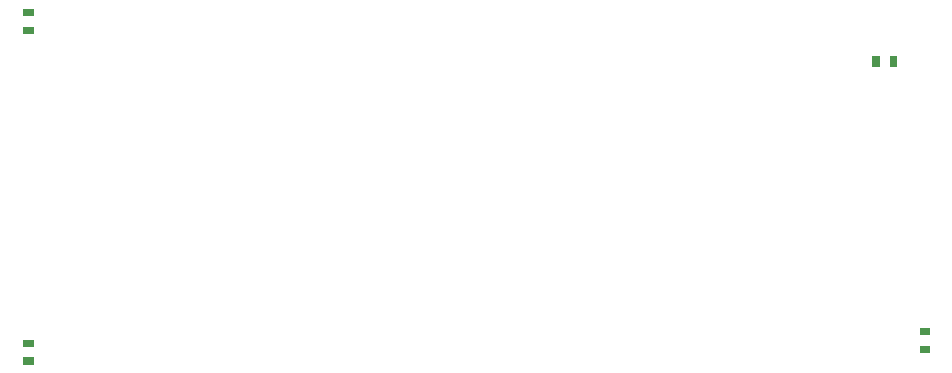
<source format=gbp>
G75*
G70*
%OFA0B0*%
%FSLAX24Y24*%
%IPPOS*%
%LPD*%
%AMOC8*
5,1,8,0,0,1.08239X$1,22.5*
%
%ADD10C,0.0024*%
D10*
X020256Y027737D02*
X020256Y027949D01*
X020586Y027949D01*
X020586Y027737D01*
X020256Y027737D01*
X020256Y027760D02*
X020586Y027760D01*
X020586Y027783D02*
X020256Y027783D01*
X020256Y027806D02*
X020586Y027806D01*
X020586Y027829D02*
X020256Y027829D01*
X020256Y027852D02*
X020586Y027852D01*
X020586Y027875D02*
X020256Y027875D01*
X020256Y027898D02*
X020586Y027898D01*
X020586Y027921D02*
X020256Y027921D01*
X020256Y027944D02*
X020586Y027944D01*
X020256Y028327D02*
X020256Y028539D01*
X020586Y028539D01*
X020586Y028327D01*
X020256Y028327D01*
X020256Y028350D02*
X020586Y028350D01*
X020586Y028373D02*
X020256Y028373D01*
X020256Y028396D02*
X020586Y028396D01*
X020586Y028419D02*
X020256Y028419D01*
X020256Y028442D02*
X020586Y028442D01*
X020586Y028465D02*
X020256Y028465D01*
X020256Y028488D02*
X020586Y028488D01*
X020586Y028511D02*
X020256Y028511D01*
X020256Y028534D02*
X020586Y028534D01*
X020256Y038760D02*
X020256Y038972D01*
X020586Y038972D01*
X020586Y038760D01*
X020256Y038760D01*
X020256Y038783D02*
X020586Y038783D01*
X020586Y038806D02*
X020256Y038806D01*
X020256Y038829D02*
X020586Y038829D01*
X020586Y038852D02*
X020256Y038852D01*
X020256Y038875D02*
X020586Y038875D01*
X020586Y038898D02*
X020256Y038898D01*
X020256Y038921D02*
X020586Y038921D01*
X020586Y038944D02*
X020256Y038944D01*
X020256Y038967D02*
X020586Y038967D01*
X020256Y039351D02*
X020256Y039563D01*
X020586Y039563D01*
X020586Y039351D01*
X020256Y039351D01*
X020256Y039374D02*
X020586Y039374D01*
X020586Y039397D02*
X020256Y039397D01*
X020256Y039420D02*
X020586Y039420D01*
X020586Y039443D02*
X020256Y039443D01*
X020256Y039466D02*
X020586Y039466D01*
X020586Y039489D02*
X020256Y039489D01*
X020256Y039512D02*
X020586Y039512D01*
X020586Y039535D02*
X020256Y039535D01*
X020256Y039558D02*
X020586Y039558D01*
X048563Y037988D02*
X048775Y037988D01*
X048775Y037658D01*
X048563Y037658D01*
X048563Y037988D01*
X048563Y037681D02*
X048775Y037681D01*
X048775Y037704D02*
X048563Y037704D01*
X048563Y037727D02*
X048775Y037727D01*
X048775Y037750D02*
X048563Y037750D01*
X048563Y037773D02*
X048775Y037773D01*
X048775Y037796D02*
X048563Y037796D01*
X048563Y037819D02*
X048775Y037819D01*
X048775Y037842D02*
X048563Y037842D01*
X048563Y037865D02*
X048775Y037865D01*
X048775Y037888D02*
X048563Y037888D01*
X048563Y037911D02*
X048775Y037911D01*
X048775Y037934D02*
X048563Y037934D01*
X048563Y037957D02*
X048775Y037957D01*
X048775Y037980D02*
X048563Y037980D01*
X049154Y037988D02*
X049366Y037988D01*
X049366Y037658D01*
X049154Y037658D01*
X049154Y037988D01*
X049154Y037681D02*
X049366Y037681D01*
X049366Y037704D02*
X049154Y037704D01*
X049154Y037727D02*
X049366Y037727D01*
X049366Y037750D02*
X049154Y037750D01*
X049154Y037773D02*
X049366Y037773D01*
X049366Y037796D02*
X049154Y037796D01*
X049154Y037819D02*
X049366Y037819D01*
X049366Y037842D02*
X049154Y037842D01*
X049154Y037865D02*
X049366Y037865D01*
X049366Y037888D02*
X049154Y037888D01*
X049154Y037911D02*
X049366Y037911D01*
X049366Y037934D02*
X049154Y037934D01*
X049154Y037957D02*
X049366Y037957D01*
X049366Y037980D02*
X049154Y037980D01*
X050138Y028933D02*
X050138Y028721D01*
X050138Y028933D02*
X050468Y028933D01*
X050468Y028721D01*
X050138Y028721D01*
X050138Y028744D02*
X050468Y028744D01*
X050468Y028767D02*
X050138Y028767D01*
X050138Y028790D02*
X050468Y028790D01*
X050468Y028813D02*
X050138Y028813D01*
X050138Y028836D02*
X050468Y028836D01*
X050468Y028859D02*
X050138Y028859D01*
X050138Y028882D02*
X050468Y028882D01*
X050468Y028905D02*
X050138Y028905D01*
X050138Y028928D02*
X050468Y028928D01*
X050138Y028342D02*
X050138Y028130D01*
X050138Y028342D02*
X050468Y028342D01*
X050468Y028130D01*
X050138Y028130D01*
X050138Y028153D02*
X050468Y028153D01*
X050468Y028176D02*
X050138Y028176D01*
X050138Y028199D02*
X050468Y028199D01*
X050468Y028222D02*
X050138Y028222D01*
X050138Y028245D02*
X050468Y028245D01*
X050468Y028268D02*
X050138Y028268D01*
X050138Y028291D02*
X050468Y028291D01*
X050468Y028314D02*
X050138Y028314D01*
X050138Y028337D02*
X050468Y028337D01*
M02*

</source>
